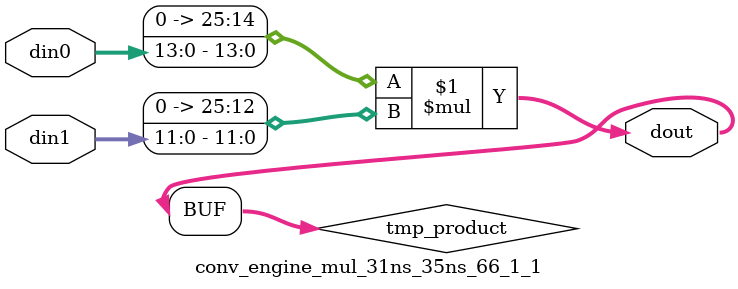
<source format=v>

`timescale 1 ns / 1 ps

 module conv_engine_mul_31ns_35ns_66_1_1(din0, din1, dout);
parameter ID = 1;
parameter NUM_STAGE = 0;
parameter din0_WIDTH = 14;
parameter din1_WIDTH = 12;
parameter dout_WIDTH = 26;

input [din0_WIDTH - 1 : 0] din0; 
input [din1_WIDTH - 1 : 0] din1; 
output [dout_WIDTH - 1 : 0] dout;

wire signed [dout_WIDTH - 1 : 0] tmp_product;
























assign tmp_product = $signed({1'b0, din0}) * $signed({1'b0, din1});











assign dout = tmp_product;





















endmodule

</source>
